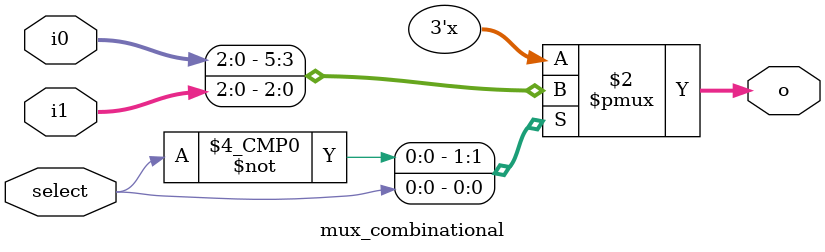
<source format=sv>

module mux_combinational
  #(parameter COO_EDGES = 6,
    parameter COO_BW = $clog2(COO_EDGES))(
    input logic select,
    input logic [COO_BW-1:0] i0,
    input logic [COO_BW-1:0] i1,

    output logic [COO_BW-1:0] o
);
  always_comb begin 
    case ( select )
      0 : o = i0;
      1 : o = i1;
    endcase
  end

endmodule
</source>
